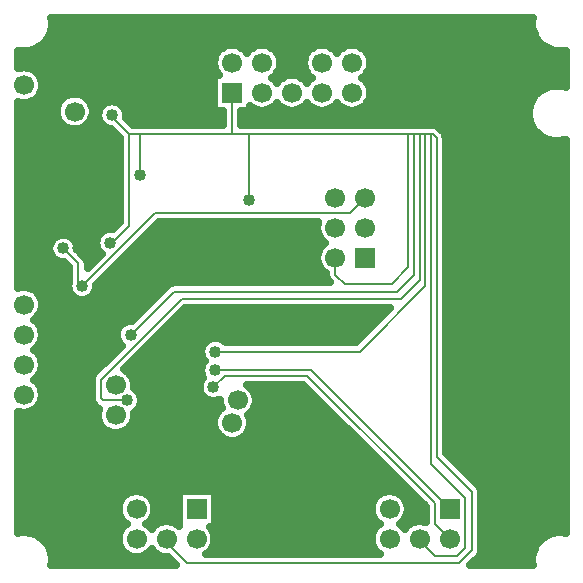
<source format=gbl>
G04 DipTrace 3.0.0.1*
G04 drive-encoder-steven-version2.GBL*
%MOIN*%
G04 #@! TF.FileFunction,Copper,L2,Bot*
G04 #@! TF.Part,Single*
G04 #@! TA.AperFunction,Conductor*
%ADD14C,0.008*%
G04 #@! TA.AperFunction,CopperBalancing*
%ADD15C,0.025*%
G04 #@! TA.AperFunction,ComponentPad*
%ADD19R,0.066929X0.066929*%
%ADD20C,0.066929*%
G04 #@! TA.AperFunction,ViaPad*
%ADD31C,0.04*%
%FSLAX26Y26*%
G04*
G70*
G90*
G75*
G01*
G04 Bottom*
%LPD*%
X669297Y1387873D2*
D14*
X656795D1*
Y1462881D1*
X606790Y1512886D1*
X1613089Y1681597D2*
X1563140Y1631648D1*
X913072D1*
X669297Y1387873D1*
X656795Y1512886D2*
X650545D1*
X644294Y2200458D2*
Y2219210D1*
X2106948Y687799D2*
X2081945D1*
X2075694Y681549D1*
X1376454Y719052D2*
X1350618D1*
X625542Y681549D2*
X638043D1*
X650545Y669047D1*
X819312Y819063D2*
X788059D1*
X1113093Y969079D2*
X1094341D1*
X1106843Y981580D1*
X1113093D1*
X1114064Y1306614D2*
X1094341D1*
X1088091Y1312865D1*
X1050587Y1307100D2*
Y1319115D1*
X1369370Y1212854D2*
Y1231606D1*
X1363119Y1237857D1*
X650545Y1881675D2*
X625542D1*
X1013083Y1956682D2*
X1006832D1*
X994331Y1944181D1*
X1894425Y544045D2*
X1894415D1*
X1844420Y594039D1*
Y662797D1*
X1419375Y1087841D1*
X1144346D1*
X1106843Y1050337D1*
X1894425Y644045D2*
X1431877Y1106593D1*
X1113093D1*
X950587Y544045D2*
Y531522D1*
X1019333Y462776D1*
X1925678D1*
X1969433Y506530D1*
Y700301D1*
X1850671Y819063D1*
Y1881675D1*
X1838169Y1894176D1*
X1831919D1*
X1813167D1*
X1794415D1*
X1775663D1*
X1756911D1*
X1225605D1*
X1169000D1*
Y2031503D1*
X1794425Y544045D2*
Y537773D1*
X1844420Y487778D1*
X1919428D1*
X1944430Y512781D1*
Y681549D1*
X1831919Y794060D1*
Y1894176D1*
X1513089Y1481597D2*
Y1425423D1*
X1544388Y1394123D1*
X1700655D1*
X1756911Y1450379D1*
Y1894176D1*
X769307Y1956682D2*
X763056D1*
X825563Y1894176D1*
X863067D1*
X1169000D1*
X863067Y1756661D2*
Y1894176D1*
X763056Y1531638D2*
Y1525387D1*
X825563Y1587894D1*
Y1894176D1*
X1113093Y1169100D2*
X1594394D1*
X1813167Y1387873D1*
Y1894176D1*
X819328Y1006598D2*
X738038D1*
X731803Y1012833D1*
Y1075340D1*
X1000581Y1344118D1*
X1731908D1*
X1794415Y1406625D1*
Y1894176D1*
X1225605Y1675403D2*
Y1894176D1*
X831814Y1225356D2*
X975579Y1369121D1*
X1719407D1*
X1775663Y1425377D1*
Y1894176D1*
D31*
X669297Y1387873D3*
X606790Y1512886D3*
X669297Y1387873D3*
X656795Y1512886D3*
X644294Y2200458D3*
X2106948Y687799D3*
X1376454Y719052D3*
X625542Y681549D3*
X819312Y819063D3*
X1113093Y969079D3*
X1114064Y1306614D3*
X1050587Y1307100D3*
X1369370Y1212854D3*
X650545Y1881675D3*
X1013083Y1956682D3*
X1106843Y1050337D3*
X1113093Y1106593D3*
X769307Y1956682D3*
X863067Y1756661D3*
X763056Y1531638D3*
X1113093Y1169100D3*
X819328Y1006598D3*
X1225605Y1675403D3*
X831814Y1225356D3*
X570157Y2256631D2*
D15*
X2167843D1*
X565030Y2231762D2*
X2172970D1*
X551651Y2206894D2*
X2186349D1*
X523185Y2182025D2*
X1134200D1*
X1203800D2*
X1234200D1*
X1303800D2*
X1434200D1*
X1503800D2*
X1534200D1*
X1603800D2*
X2214815D1*
X459024Y2157156D2*
X1112276D1*
X1325724D2*
X1412276D1*
X1625724D2*
X2278976D1*
X459024Y2132287D2*
X1106563D1*
X1331437D2*
X1406563D1*
X1631437D2*
X2278976D1*
X510001Y2107419D2*
X1111593D1*
X1326407D2*
X1411593D1*
X1626407D2*
X2278976D1*
X532120Y2082550D2*
X1106515D1*
X1306144D2*
X1335030D1*
X1402970D2*
X1431856D1*
X1606144D2*
X2278976D1*
X537979Y2057681D2*
X1106515D1*
X1625431D2*
X2278976D1*
X533048Y2032812D2*
X1106515D1*
X1631437D2*
X2187130D1*
X512931Y2007944D2*
X596017D1*
X692569D2*
X1106515D1*
X1626651D2*
X2167110D1*
X459024Y1983075D2*
X583468D1*
X705118D2*
X728536D1*
X810099D2*
X1106515D1*
X1306876D2*
X1331124D1*
X1406876D2*
X1431124D1*
X1506876D2*
X1531124D1*
X1606876D2*
X2157735D1*
X459024Y1958206D2*
X582833D1*
X705753D2*
X720333D1*
X818302D2*
X1136007D1*
X1201993D2*
X2155733D1*
X459024Y1933337D2*
X593722D1*
X694864D2*
X726583D1*
X832022D2*
X1136007D1*
X1201993D2*
X2160519D1*
X459024Y1908469D2*
X765646D1*
X1869522D2*
X2173458D1*
X459024Y1883600D2*
X790499D1*
X1883634D2*
X2200802D1*
X459024Y1858731D2*
X792550D1*
X1883683D2*
X2278976D1*
X459024Y1833862D2*
X792550D1*
X1883683D2*
X2278976D1*
X459024Y1808993D2*
X792550D1*
X1883683D2*
X2278976D1*
X459024Y1784125D2*
X792550D1*
X1883683D2*
X2278976D1*
X459024Y1759256D2*
X792550D1*
X1883683D2*
X2278976D1*
X459024Y1734387D2*
X792550D1*
X1883683D2*
X2278976D1*
X459024Y1709518D2*
X792550D1*
X1883683D2*
X2278976D1*
X459024Y1684650D2*
X792550D1*
X1883683D2*
X2278976D1*
X459024Y1659781D2*
X792550D1*
X1883683D2*
X2278976D1*
X459024Y1634912D2*
X792550D1*
X1883683D2*
X2278976D1*
X459024Y1610043D2*
X792550D1*
X1883683D2*
X2278976D1*
X459024Y1585175D2*
X777218D1*
X912247D2*
X1450753D1*
X1883683D2*
X2278976D1*
X459024Y1560306D2*
X723946D1*
X887345D2*
X1454513D1*
X1883683D2*
X2278976D1*
X459024Y1535437D2*
X563644D1*
X649942D2*
X714229D1*
X862491D2*
X1472335D1*
X1883683D2*
X2278976D1*
X459024Y1510568D2*
X557833D1*
X655753D2*
X719112D1*
X837638D2*
X1458077D1*
X1883683D2*
X2278976D1*
X459024Y1485699D2*
X566573D1*
X679630D2*
X721505D1*
X812735D2*
X1450753D1*
X1883683D2*
X2278976D1*
X459024Y1460831D2*
X613204D1*
X787882D2*
X1454317D1*
X1883683D2*
X2278976D1*
X459024Y1435962D2*
X623800D1*
X763028D2*
X1471700D1*
X1883683D2*
X2278976D1*
X459024Y1411093D2*
X623800D1*
X738175D2*
X1483663D1*
X1883683D2*
X2278976D1*
X459024Y1386224D2*
X620333D1*
X718253D2*
X947042D1*
X1883683D2*
X2278976D1*
X525626Y1361356D2*
X628585D1*
X710001D2*
X922188D1*
X1883683D2*
X2278976D1*
X536661Y1336487D2*
X897335D1*
X1883683D2*
X2278976D1*
X536124Y1311618D2*
X872433D1*
X1013712D2*
X1691280D1*
X1883683D2*
X2278976D1*
X523722Y1286749D2*
X847579D1*
X988858D2*
X1666427D1*
X1883683D2*
X2278976D1*
X525235Y1261881D2*
X800558D1*
X963956D2*
X1641524D1*
X1883683D2*
X2278976D1*
X536515Y1237012D2*
X784298D1*
X939103D2*
X1616671D1*
X1883683D2*
X2278976D1*
X536271Y1212143D2*
X784737D1*
X914249D2*
X1092989D1*
X1133194D2*
X1591817D1*
X1883683D2*
X2278976D1*
X524161Y1187274D2*
X798116D1*
X889396D2*
X1067794D1*
X1883683D2*
X2278976D1*
X524796Y1162406D2*
X773214D1*
X864493D2*
X1064571D1*
X1883683D2*
X2278976D1*
X536417Y1137537D2*
X748360D1*
X839640D2*
X1075899D1*
X1883683D2*
X2278976D1*
X536368Y1112668D2*
X723507D1*
X814786D2*
X1064474D1*
X1883683D2*
X2278976D1*
X524552Y1087799D2*
X701485D1*
X835489D2*
X1068038D1*
X1883683D2*
X2278976D1*
X524405Y1062930D2*
X698800D1*
X843937D2*
X1059591D1*
X1883683D2*
X2278976D1*
X536319Y1038062D2*
X698800D1*
X856046D2*
X1059493D1*
X1241642D2*
X1423507D1*
X1883683D2*
X2278976D1*
X536466Y1013193D2*
X698800D1*
X867862D2*
X1076388D1*
X1250187D2*
X1448409D1*
X1883683D2*
X2278976D1*
X524991Y988324D2*
X710665D1*
X864591D2*
X1128487D1*
X1247696D2*
X1473263D1*
X1883683D2*
X2278976D1*
X459024Y963455D2*
X719747D1*
X843888D2*
X1116085D1*
X1232267D2*
X1498116D1*
X1883683D2*
X2278976D1*
X459024Y938587D2*
X722091D1*
X841495D2*
X1107296D1*
X1231388D2*
X1523019D1*
X1883683D2*
X2278976D1*
X459024Y913718D2*
X737374D1*
X826261D2*
X1109591D1*
X1229093D2*
X1547872D1*
X1883683D2*
X2278976D1*
X459024Y888849D2*
X1124776D1*
X1213907D2*
X1572726D1*
X1883683D2*
X2278976D1*
X459024Y863980D2*
X1597579D1*
X1883683D2*
X2278976D1*
X459024Y839112D2*
X1622481D1*
X1883683D2*
X2278976D1*
X459024Y814243D2*
X1647335D1*
X1901114D2*
X2278976D1*
X459024Y789374D2*
X1672188D1*
X1926017D2*
X2278976D1*
X459024Y764505D2*
X1697091D1*
X1950870D2*
X2278976D1*
X459024Y739636D2*
X1721944D1*
X1975724D2*
X2278976D1*
X459024Y714768D2*
X1746798D1*
X1998771D2*
X2278976D1*
X459024Y689899D2*
X809444D1*
X891739D2*
X988106D1*
X1113028D2*
X1653292D1*
X1735587D2*
X1771700D1*
X2002433D2*
X2278976D1*
X459024Y665030D2*
X791915D1*
X909269D2*
X988106D1*
X1113028D2*
X1635763D1*
X1753116D2*
X1796554D1*
X2002433D2*
X2278976D1*
X459024Y640161D2*
X788253D1*
X912931D2*
X988106D1*
X1113028D2*
X1632101D1*
X1756778D2*
X1811397D1*
X2002433D2*
X2278976D1*
X459024Y615293D2*
X795479D1*
X905704D2*
X988106D1*
X1113028D2*
X1639327D1*
X1749552D2*
X1811397D1*
X2002433D2*
X2278976D1*
X459024Y590424D2*
X810079D1*
X891104D2*
X910079D1*
X1113028D2*
X1653927D1*
X1734952D2*
X1753953D1*
X2002433D2*
X2278976D1*
X498380Y565555D2*
X792110D1*
X1109073D2*
X1635958D1*
X2002433D2*
X2239620D1*
X543302Y540686D2*
X788204D1*
X1112979D2*
X1632052D1*
X2002433D2*
X2194698D1*
X561026Y515818D2*
X795187D1*
X1105997D2*
X1639034D1*
X2002433D2*
X2176974D1*
X569034Y490949D2*
X820235D1*
X880948D2*
X920235D1*
X1998136D2*
X2168966D1*
X569913Y466080D2*
X970382D1*
X1974601D2*
X2168087D1*
X567596Y2255483D2*
X565322Y2241126D1*
X560831Y2227302D1*
X554232Y2214351D1*
X545688Y2202591D1*
X535410Y2192313D1*
X523650Y2183770D1*
X510699Y2177171D1*
X496875Y2172679D1*
X482518Y2170405D1*
X467983D1*
X456496Y2172108D1*
X456500Y2113580D1*
X466146Y2115919D1*
X475526Y2116657D1*
X484907Y2115919D1*
X494056Y2113723D1*
X502750Y2110122D1*
X510773Y2105205D1*
X517928Y2099094D1*
X524039Y2091939D1*
X528955Y2083916D1*
X532556Y2075223D1*
X534753Y2066073D1*
X535491Y2056693D1*
X534753Y2047312D1*
X532556Y2038163D1*
X528955Y2029470D1*
X524039Y2021447D1*
X517928Y2014292D1*
X510773Y2008181D1*
X502750Y2003264D1*
X494056Y1999663D1*
X484907Y1997467D1*
X475526Y1996728D1*
X466146Y1997467D1*
X456496Y1999848D1*
X456707Y1382287D1*
X465857Y1384484D1*
X475238Y1385222D1*
X484618Y1384484D1*
X493768Y1382287D1*
X502461Y1378686D1*
X510484Y1373770D1*
X517639Y1367659D1*
X523750Y1360504D1*
X528666Y1352481D1*
X532267Y1343787D1*
X534464Y1334638D1*
X535202Y1325257D1*
X534464Y1315877D1*
X532267Y1306727D1*
X528666Y1298034D1*
X523750Y1290011D1*
X517639Y1282856D1*
X510484Y1276745D1*
X508297Y1275284D1*
X514181Y1270855D1*
X520835Y1264201D1*
X526366Y1256589D1*
X530638Y1248205D1*
X533545Y1239256D1*
X535017Y1229962D1*
Y1220552D1*
X533545Y1211259D1*
X530638Y1202310D1*
X526366Y1193926D1*
X520835Y1186313D1*
X514181Y1179660D1*
X508297Y1175284D1*
X514181Y1170855D1*
X520835Y1164201D1*
X526366Y1156589D1*
X530638Y1148205D1*
X533545Y1139256D1*
X535017Y1129962D1*
Y1120552D1*
X533545Y1111259D1*
X530638Y1102310D1*
X526366Y1093926D1*
X520835Y1086313D1*
X514181Y1079660D1*
X508297Y1075284D1*
X514181Y1070855D1*
X520835Y1064201D1*
X526366Y1056589D1*
X530638Y1048205D1*
X533545Y1039256D1*
X535017Y1029962D1*
Y1020552D1*
X533545Y1011259D1*
X530638Y1002310D1*
X526366Y993926D1*
X520835Y986313D1*
X514181Y979660D1*
X506569Y974129D1*
X498185Y969857D1*
X489236Y966949D1*
X479942Y965478D1*
X470533D1*
X461239Y966949D1*
X456483Y968310D1*
X456500Y565924D1*
X467983Y567596D1*
X482518D1*
X496875Y565322D1*
X510699Y560831D1*
X523650Y554232D1*
X535410Y545688D1*
X545688Y535410D1*
X554232Y523650D1*
X560831Y510699D1*
X565322Y496875D1*
X567596Y482518D1*
Y467983D1*
X565893Y456496D1*
X982428Y456500D1*
X954781Y484194D1*
X945882Y484265D1*
X936588Y485737D1*
X927639Y488645D1*
X919255Y492916D1*
X911643Y498447D1*
X904989Y505101D1*
X900613Y510985D1*
X896184Y505101D1*
X889530Y498447D1*
X881918Y492916D1*
X873534Y488645D1*
X864585Y485737D1*
X855291Y484265D1*
X845882D1*
X836588Y485737D1*
X827639Y488645D1*
X819255Y492916D1*
X811643Y498447D1*
X804989Y505101D1*
X799458Y512713D1*
X795187Y521097D1*
X792279Y530046D1*
X790807Y539340D1*
Y548749D1*
X792279Y558043D1*
X795187Y566992D1*
X799458Y575376D1*
X804989Y582988D1*
X811643Y589642D1*
X817527Y594018D1*
X811643Y598447D1*
X804989Y605101D1*
X799458Y612713D1*
X795187Y621097D1*
X792279Y630046D1*
X790807Y639340D1*
Y648749D1*
X792279Y658043D1*
X795187Y666992D1*
X799458Y675376D1*
X804989Y682988D1*
X811643Y689642D1*
X819255Y695173D1*
X827639Y699445D1*
X836588Y702352D1*
X845882Y703824D1*
X855291D1*
X864585Y702352D1*
X873534Y699445D1*
X881918Y695173D1*
X889530Y689642D1*
X896184Y682988D1*
X901715Y675376D1*
X905987Y666992D1*
X908894Y658043D1*
X910366Y648749D1*
Y639340D1*
X908894Y630046D1*
X905987Y621097D1*
X901715Y612713D1*
X896184Y605101D1*
X889530Y598447D1*
X883646Y594071D1*
X889530Y589642D1*
X896184Y582988D1*
X900560Y577104D1*
X904989Y582988D1*
X911643Y589642D1*
X919255Y595173D1*
X927639Y599445D1*
X936588Y602352D1*
X945882Y603824D1*
X955291D1*
X964585Y602352D1*
X973534Y599445D1*
X981918Y595173D1*
X989530Y589642D1*
X990624Y588631D1*
X990622Y704009D1*
X1110551D1*
Y584080D1*
X1095268D1*
X1101715Y575376D1*
X1105987Y566992D1*
X1108894Y558043D1*
X1110366Y548749D1*
Y539340D1*
X1108894Y530046D1*
X1105987Y521097D1*
X1101715Y512713D1*
X1096184Y505101D1*
X1089530Y498447D1*
X1082453Y493274D1*
X1662546Y493276D1*
X1655481Y498447D1*
X1648828Y505101D1*
X1643297Y512713D1*
X1639025Y521097D1*
X1636117Y530046D1*
X1634645Y539340D1*
Y548749D1*
X1636117Y558043D1*
X1639025Y566992D1*
X1643297Y575376D1*
X1648828Y582988D1*
X1655481Y589642D1*
X1661366Y594018D1*
X1655481Y598447D1*
X1648828Y605101D1*
X1643297Y612713D1*
X1639025Y621097D1*
X1636117Y630046D1*
X1634645Y639340D1*
Y648749D1*
X1636117Y658043D1*
X1639025Y666992D1*
X1643297Y675376D1*
X1648828Y682988D1*
X1655481Y689642D1*
X1663094Y695173D1*
X1671478Y699445D1*
X1680427Y702352D1*
X1689720Y703824D1*
X1699130D1*
X1708424Y702352D1*
X1717373Y699445D1*
X1725757Y695173D1*
X1733369Y689642D1*
X1740023Y682988D1*
X1745553Y675376D1*
X1749825Y666992D1*
X1752733Y658043D1*
X1754205Y648749D1*
Y639340D1*
X1752733Y630046D1*
X1749825Y621097D1*
X1745553Y612713D1*
X1740023Y605101D1*
X1733369Y598447D1*
X1727485Y594071D1*
X1733369Y589642D1*
X1740023Y582988D1*
X1744399Y577104D1*
X1748828Y582988D1*
X1755481Y589642D1*
X1763094Y595173D1*
X1771478Y599445D1*
X1780427Y602352D1*
X1789720Y603824D1*
X1799130D1*
X1808424Y602352D1*
X1813904Y600724D1*
X1813920Y650143D1*
X1406772Y1057311D1*
X1220010Y1057341D1*
X1227045Y1052180D1*
X1233698Y1045527D1*
X1239229Y1037914D1*
X1243501Y1029530D1*
X1246409Y1020581D1*
X1247881Y1011287D1*
Y1001878D1*
X1246409Y992584D1*
X1243501Y983635D1*
X1239229Y975251D1*
X1233698Y967639D1*
X1227045Y960985D1*
X1223179Y957958D1*
X1226379Y950105D1*
X1228575Y940955D1*
X1229314Y931575D1*
X1228575Y922194D1*
X1226379Y913045D1*
X1222778Y904351D1*
X1217861Y896329D1*
X1211750Y889173D1*
X1204595Y883062D1*
X1196572Y878146D1*
X1187879Y874545D1*
X1178730Y872348D1*
X1169349Y871610D1*
X1159969Y872348D1*
X1150819Y874545D1*
X1142126Y878146D1*
X1134103Y883062D1*
X1126948Y889173D1*
X1120837Y896329D1*
X1115920Y904351D1*
X1112319Y913045D1*
X1110123Y922194D1*
X1109385Y931575D1*
X1110123Y940955D1*
X1112319Y950105D1*
X1115920Y958798D1*
X1120837Y966821D1*
X1126948Y973976D1*
X1134271Y980200D1*
X1131071Y988053D1*
X1128875Y997202D1*
X1128136Y1006583D1*
X1127953Y1008905D1*
X1121212Y1006113D1*
X1114117Y1004410D1*
X1106843Y1003837D1*
X1099568Y1004410D1*
X1092473Y1006113D1*
X1085732Y1008905D1*
X1079511Y1012718D1*
X1073962Y1017457D1*
X1069223Y1023005D1*
X1065411Y1029227D1*
X1062618Y1035968D1*
X1060915Y1043063D1*
X1060343Y1050337D1*
X1060915Y1057611D1*
X1062618Y1064707D1*
X1065411Y1071448D1*
X1069223Y1077669D1*
X1073313Y1082516D1*
X1070133Y1088798D1*
X1067878Y1095738D1*
X1066737Y1102945D1*
Y1110242D1*
X1067878Y1117448D1*
X1070133Y1124388D1*
X1073445Y1130889D1*
X1078693Y1137829D1*
X1073445Y1144804D1*
X1070133Y1151305D1*
X1067878Y1158245D1*
X1066737Y1165451D1*
Y1172748D1*
X1067878Y1179955D1*
X1070133Y1186895D1*
X1073445Y1193396D1*
X1077734Y1199299D1*
X1082894Y1204459D1*
X1088797Y1208748D1*
X1095298Y1212060D1*
X1102238Y1214315D1*
X1109445Y1215456D1*
X1116742D1*
X1123948Y1214315D1*
X1130888Y1212060D1*
X1137389Y1208748D1*
X1143293Y1204459D1*
X1148171Y1199603D1*
X1581794Y1199600D1*
X1695776Y1313616D1*
X1013207Y1313618D1*
X809429Y1109832D1*
X817055Y1105100D1*
X824210Y1098989D1*
X830321Y1091834D1*
X835237Y1083811D1*
X838838Y1075118D1*
X841035Y1065968D1*
X841773Y1056588D1*
X841093Y1047701D1*
X846660Y1044218D1*
X852209Y1039479D1*
X856947Y1033930D1*
X860760Y1027709D1*
X863552Y1020968D1*
X865256Y1013873D1*
X865828Y1006598D1*
X865256Y999324D1*
X863552Y992229D1*
X860760Y985488D1*
X856947Y979266D1*
X852209Y973718D1*
X846660Y968979D1*
X841098Y965536D1*
X841773Y956577D1*
X841035Y947197D1*
X838838Y938047D1*
X835237Y929354D1*
X830321Y921331D1*
X824210Y914176D1*
X817055Y908065D1*
X809032Y903149D1*
X800338Y899548D1*
X791189Y897351D1*
X781808Y896613D1*
X772428Y897351D1*
X763278Y899548D1*
X754585Y903149D1*
X746562Y908065D1*
X739407Y914176D1*
X733296Y921331D1*
X728380Y929354D1*
X724779Y938047D1*
X722582Y947197D1*
X721844Y956577D1*
X722582Y965958D1*
X724779Y975107D1*
X726046Y978541D1*
X720111Y981923D1*
X712315Y989188D1*
X707128Y994906D1*
X703625Y1001161D1*
X701679Y1008062D1*
X701303Y1012833D1*
X701397Y1077733D1*
X702796Y1084765D1*
X705798Y1091276D1*
X710236Y1096907D1*
X802526Y1189197D1*
X796455Y1195156D1*
X792166Y1201059D1*
X788853Y1207561D1*
X786598Y1214500D1*
X785457Y1221707D1*
Y1229004D1*
X786598Y1236211D1*
X788853Y1243150D1*
X792166Y1249652D1*
X796455Y1255555D1*
X801614Y1260715D1*
X807517Y1265003D1*
X814019Y1268316D1*
X820958Y1270571D1*
X828165Y1271712D1*
X835049Y1271729D1*
X955771Y1392313D1*
X961732Y1396296D1*
X968459Y1398778D1*
X975579Y1399621D1*
X1495745D1*
X1488414Y1407495D1*
X1484911Y1413751D1*
X1482965Y1420651D1*
X1482589Y1429964D1*
X1474145Y1436000D1*
X1467492Y1442653D1*
X1461961Y1450266D1*
X1457689Y1458650D1*
X1454781Y1467599D1*
X1453310Y1476892D1*
Y1486302D1*
X1454781Y1495596D1*
X1457689Y1504545D1*
X1461961Y1512929D1*
X1467492Y1520541D1*
X1474145Y1527195D1*
X1480030Y1531571D1*
X1474145Y1536000D1*
X1467492Y1542653D1*
X1461961Y1550266D1*
X1457689Y1558650D1*
X1454781Y1567599D1*
X1453310Y1576892D1*
Y1586302D1*
X1454781Y1595596D1*
X1456435Y1601145D1*
X925689Y1601148D1*
X715705Y1391148D1*
X715653Y1384224D1*
X714512Y1377017D1*
X712257Y1370078D1*
X708944Y1363577D1*
X704655Y1357673D1*
X699496Y1352514D1*
X693593Y1348225D1*
X687091Y1344912D1*
X680152Y1342658D1*
X672945Y1341516D1*
X665648D1*
X658441Y1342658D1*
X651502Y1344912D1*
X645000Y1348225D1*
X639097Y1352514D1*
X633938Y1357673D1*
X629649Y1363577D1*
X626336Y1370078D1*
X624081Y1377017D1*
X622940Y1384224D1*
Y1391521D1*
X624081Y1398728D1*
X626292Y1405547D1*
X626295Y1450226D1*
X610059Y1466484D1*
X603142Y1466529D1*
X595935Y1467671D1*
X588995Y1469925D1*
X582494Y1473238D1*
X576591Y1477527D1*
X571431Y1482686D1*
X567142Y1488590D1*
X563830Y1495091D1*
X561575Y1502031D1*
X560433Y1509237D1*
Y1516534D1*
X561575Y1523741D1*
X563830Y1530681D1*
X567142Y1537182D1*
X571431Y1543085D1*
X576591Y1548245D1*
X582494Y1552534D1*
X588995Y1555846D1*
X595935Y1558101D1*
X603142Y1559242D1*
X610438D1*
X617645Y1558101D1*
X624585Y1555846D1*
X631086Y1552534D1*
X636989Y1548245D1*
X642149Y1543085D1*
X646438Y1537182D1*
X649750Y1530681D1*
X652005Y1523741D1*
X653147Y1516534D1*
X653163Y1509651D1*
X679988Y1482689D1*
X683971Y1476727D1*
X686453Y1470001D1*
X687295Y1462881D1*
Y1448965D1*
X733805Y1495515D1*
X727698Y1501438D1*
X723409Y1507342D1*
X720096Y1513843D1*
X717841Y1520783D1*
X716700Y1527989D1*
Y1535286D1*
X717841Y1542493D1*
X720096Y1549433D1*
X723409Y1555934D1*
X727698Y1561837D1*
X732857Y1566997D1*
X738760Y1571286D1*
X745262Y1574598D1*
X752201Y1576853D1*
X759408Y1577994D1*
X766705D1*
X771799Y1577273D1*
X795041Y1600505D1*
X795063Y1881497D1*
X766328Y1910278D1*
X758452Y1911467D1*
X751512Y1913722D1*
X745011Y1917035D1*
X739108Y1921324D1*
X733948Y1926483D1*
X729659Y1932386D1*
X726347Y1938888D1*
X724092Y1945827D1*
X722950Y1953034D1*
Y1960331D1*
X724092Y1967538D1*
X726347Y1974477D1*
X729659Y1980979D1*
X733948Y1986882D1*
X739108Y1992041D1*
X745011Y1996330D1*
X751512Y1999643D1*
X758452Y2001898D1*
X765659Y2003039D1*
X772955D1*
X780162Y2001898D1*
X787102Y1999643D1*
X793603Y1996330D1*
X799506Y1992041D1*
X804666Y1986882D1*
X808955Y1980979D1*
X812267Y1974477D1*
X814522Y1967538D1*
X815664Y1960331D1*
Y1953034D1*
X814942Y1947939D1*
X838174Y1924698D1*
X1138506Y1924676D1*
X1138500Y1971568D1*
X1109035Y1971538D1*
Y2091467D1*
X1124319D1*
X1117872Y2100171D1*
X1113600Y2108555D1*
X1110692Y2117504D1*
X1109220Y2126798D1*
Y2136207D1*
X1110692Y2145501D1*
X1113600Y2154450D1*
X1117872Y2162834D1*
X1123403Y2170446D1*
X1130056Y2177100D1*
X1137669Y2182631D1*
X1146053Y2186903D1*
X1155002Y2189810D1*
X1164295Y2191282D1*
X1173705D1*
X1182998Y2189810D1*
X1191947Y2186903D1*
X1200331Y2182631D1*
X1207944Y2177100D1*
X1214597Y2170446D1*
X1218974Y2164562D1*
X1223403Y2170446D1*
X1230056Y2177100D1*
X1237669Y2182631D1*
X1246053Y2186903D1*
X1255002Y2189810D1*
X1264295Y2191282D1*
X1273705D1*
X1282998Y2189810D1*
X1291947Y2186903D1*
X1300331Y2182631D1*
X1307944Y2177100D1*
X1314597Y2170446D1*
X1320128Y2162834D1*
X1324400Y2154450D1*
X1327308Y2145501D1*
X1328780Y2136207D1*
Y2126798D1*
X1327308Y2117504D1*
X1324400Y2108555D1*
X1320128Y2100171D1*
X1314597Y2092559D1*
X1307944Y2085905D1*
X1302059Y2081529D1*
X1307944Y2077100D1*
X1314597Y2070446D1*
X1318974Y2064562D1*
X1323403Y2070446D1*
X1330056Y2077100D1*
X1337669Y2082631D1*
X1346053Y2086903D1*
X1355002Y2089810D1*
X1364295Y2091282D1*
X1373705D1*
X1382998Y2089810D1*
X1391947Y2086903D1*
X1400331Y2082631D1*
X1407944Y2077100D1*
X1414597Y2070446D1*
X1418974Y2064562D1*
X1423403Y2070446D1*
X1430056Y2077100D1*
X1435941Y2081476D1*
X1430056Y2085905D1*
X1423403Y2092559D1*
X1417872Y2100171D1*
X1413600Y2108555D1*
X1410692Y2117504D1*
X1409220Y2126798D1*
Y2136207D1*
X1410692Y2145501D1*
X1413600Y2154450D1*
X1417872Y2162834D1*
X1423403Y2170446D1*
X1430056Y2177100D1*
X1437669Y2182631D1*
X1446053Y2186903D1*
X1455002Y2189810D1*
X1464295Y2191282D1*
X1473705D1*
X1482998Y2189810D1*
X1491947Y2186903D1*
X1500331Y2182631D1*
X1507944Y2177100D1*
X1514597Y2170446D1*
X1518974Y2164562D1*
X1523403Y2170446D1*
X1530056Y2177100D1*
X1537669Y2182631D1*
X1546053Y2186903D1*
X1555002Y2189810D1*
X1564295Y2191282D1*
X1573705D1*
X1582998Y2189810D1*
X1591947Y2186903D1*
X1600331Y2182631D1*
X1607944Y2177100D1*
X1614597Y2170446D1*
X1620128Y2162834D1*
X1624400Y2154450D1*
X1627308Y2145501D1*
X1628780Y2136207D1*
Y2126798D1*
X1627308Y2117504D1*
X1624400Y2108555D1*
X1620128Y2100171D1*
X1614597Y2092559D1*
X1607944Y2085905D1*
X1602059Y2081529D1*
X1607944Y2077100D1*
X1614597Y2070446D1*
X1620128Y2062834D1*
X1624400Y2054450D1*
X1627308Y2045501D1*
X1628780Y2036207D1*
Y2026798D1*
X1627308Y2017504D1*
X1624400Y2008555D1*
X1620128Y2000171D1*
X1614597Y1992559D1*
X1607944Y1985905D1*
X1600331Y1980374D1*
X1591947Y1976103D1*
X1582998Y1973195D1*
X1573705Y1971723D1*
X1564295D1*
X1555002Y1973195D1*
X1546053Y1976103D1*
X1537669Y1980374D1*
X1530056Y1985905D1*
X1523403Y1992559D1*
X1519026Y1998443D1*
X1514597Y1992559D1*
X1507944Y1985905D1*
X1500331Y1980374D1*
X1491947Y1976103D1*
X1482998Y1973195D1*
X1473705Y1971723D1*
X1464295D1*
X1455002Y1973195D1*
X1446053Y1976103D1*
X1437669Y1980374D1*
X1430056Y1985905D1*
X1423403Y1992559D1*
X1419026Y1998443D1*
X1414597Y1992559D1*
X1407944Y1985905D1*
X1400331Y1980374D1*
X1391947Y1976103D1*
X1382998Y1973195D1*
X1373705Y1971723D1*
X1364295D1*
X1355002Y1973195D1*
X1346053Y1976103D1*
X1337669Y1980374D1*
X1330056Y1985905D1*
X1323403Y1992559D1*
X1319026Y1998443D1*
X1314597Y1992559D1*
X1307944Y1985905D1*
X1300331Y1980374D1*
X1291947Y1976103D1*
X1282998Y1973195D1*
X1273705Y1971723D1*
X1264295D1*
X1255002Y1973195D1*
X1246053Y1976103D1*
X1237669Y1980374D1*
X1230056Y1985905D1*
X1228962Y1986916D1*
X1228965Y1971538D1*
X1199521D1*
X1199500Y1924716D1*
X1840562Y1924582D1*
X1847594Y1923183D1*
X1854106Y1920181D1*
X1859736Y1915743D1*
X1873863Y1901483D1*
X1877846Y1895521D1*
X1880328Y1888795D1*
X1881171Y1881675D1*
Y831723D1*
X1992625Y720109D1*
X1996609Y714147D1*
X1999090Y707421D1*
X1999933Y700301D1*
X1999839Y504137D1*
X1998440Y497105D1*
X1995439Y490594D1*
X1991000Y484963D1*
X1962515Y456479D1*
X2172076Y456500D1*
X2170405Y467983D1*
Y482518D1*
X2172679Y496875D1*
X2177171Y510699D1*
X2183770Y523650D1*
X2192313Y535410D1*
X2202591Y545688D1*
X2214351Y554232D1*
X2227302Y560831D1*
X2241126Y565322D1*
X2255483Y567596D1*
X2270018D1*
X2281505Y565893D1*
X2281500Y1875787D1*
X2272337Y1873111D1*
X2257980Y1870837D1*
X2243445D1*
X2229088Y1873111D1*
X2215264Y1877602D1*
X2202313Y1884201D1*
X2190553Y1892745D1*
X2180275Y1903023D1*
X2171731Y1914783D1*
X2165132Y1927734D1*
X2160641Y1941558D1*
X2158367Y1955915D1*
Y1970450D1*
X2160641Y1984807D1*
X2165132Y1998631D1*
X2171731Y2011582D1*
X2180275Y2023342D1*
X2190553Y2033620D1*
X2202313Y2042164D1*
X2215264Y2048763D1*
X2229088Y2053254D1*
X2243445Y2055528D1*
X2257980D1*
X2272337Y2053254D1*
X2281496Y2050483D1*
X2281500Y2172076D1*
X2270018Y2170404D1*
X2255483D1*
X2241126Y2172678D1*
X2227302Y2177169D1*
X2214351Y2183768D1*
X2202591Y2192312D1*
X2192313Y2202590D1*
X2183770Y2214350D1*
X2177171Y2227301D1*
X2172679Y2241125D1*
X2170405Y2255482D1*
Y2270017D1*
X2172108Y2281504D1*
X565924Y2281500D1*
X567596Y2270018D1*
Y2255483D1*
X704074Y1964479D2*
X702602Y1955185D1*
X699694Y1946236D1*
X695422Y1937852D1*
X689891Y1930240D1*
X683238Y1923586D1*
X675625Y1918056D1*
X667241Y1913784D1*
X658292Y1910876D1*
X648999Y1909404D1*
X639589D1*
X630296Y1910876D1*
X621347Y1913784D1*
X612963Y1918056D1*
X605350Y1923586D1*
X598697Y1930240D1*
X593166Y1937852D1*
X588894Y1946236D1*
X585986Y1955185D1*
X584514Y1964479D1*
Y1973888D1*
X585986Y1983182D1*
X588894Y1992131D1*
X593166Y2000515D1*
X598697Y2008128D1*
X605350Y2014781D1*
X612963Y2020312D1*
X621347Y2024584D1*
X630296Y2027491D1*
X639589Y2028963D1*
X648999D1*
X658292Y2027491D1*
X667241Y2024584D1*
X675625Y2020312D1*
X683238Y2014781D1*
X689891Y2008128D1*
X695422Y2000515D1*
X699694Y1992131D1*
X702602Y1983182D1*
X704074Y1973888D1*
Y1964479D1*
X715653Y1384224D2*
X714512Y1377017D1*
X712257Y1370078D1*
X708944Y1363577D1*
X704655Y1357673D1*
X699496Y1352514D1*
X693593Y1348225D1*
X687091Y1344912D1*
X680152Y1342658D1*
X672945Y1341516D1*
X665648D1*
X658441Y1342658D1*
X651502Y1344912D1*
X645000Y1348225D1*
X639097Y1352514D1*
X633938Y1357673D1*
X629649Y1363577D1*
X626336Y1370078D1*
X624081Y1377017D1*
X622940Y1384224D1*
Y1391521D1*
X624081Y1398728D1*
X626292Y1405547D1*
D19*
X475238Y825257D3*
D20*
Y925257D3*
Y1025257D3*
Y1125257D3*
Y1225257D3*
Y1325257D3*
D19*
X1050587Y644045D3*
D20*
Y544045D3*
X950587Y644045D3*
Y544045D3*
X850587Y644045D3*
Y544045D3*
D19*
X1894425Y644045D3*
D20*
Y544045D3*
X1794425Y644045D3*
Y544045D3*
X1694425Y644045D3*
Y544045D3*
D19*
X1613089Y1481597D3*
D20*
X1513089D3*
X1613089Y1581597D3*
X1513089D3*
X1613089Y1681597D3*
X1513089D3*
D19*
X1169000Y2031503D3*
D20*
Y2131503D3*
X1269000Y2031503D3*
Y2131503D3*
X1369000Y2031503D3*
Y2131503D3*
X1469000Y2031503D3*
Y2131503D3*
X1569000Y2031503D3*
Y2131503D3*
X781808Y1056588D3*
Y956577D3*
X1169349Y931575D3*
X1188101Y1006583D3*
X475526Y2056693D3*
X644294Y1969184D3*
M02*

</source>
